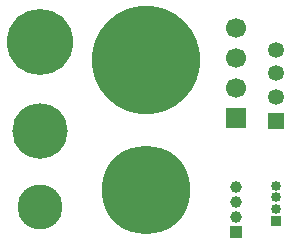
<source format=gbs>
G04 #@! TF.GenerationSoftware,KiCad,Pcbnew,9.0.3*
G04 #@! TF.CreationDate,2025-08-19T12:47:58+01:00*
G04 #@! TF.ProjectId,PCB_RULER_IPRL_2025,5043425f-5255-44c4-9552-5f4950524c5f,rev?*
G04 #@! TF.SameCoordinates,Original*
G04 #@! TF.FileFunction,Soldermask,Bot*
G04 #@! TF.FilePolarity,Negative*
%FSLAX46Y46*%
G04 Gerber Fmt 4.6, Leading zero omitted, Abs format (unit mm)*
G04 Created by KiCad (PCBNEW 9.0.3) date 2025-08-19 12:47:58*
%MOMM*%
%LPD*%
G01*
G04 APERTURE LIST*
%ADD10C,5.700000*%
%ADD11C,9.200000*%
%ADD12C,4.700000*%
%ADD13C,7.500000*%
%ADD14R,1.000000X1.000000*%
%ADD15C,1.000000*%
%ADD16C,2.600000*%
%ADD17C,3.800000*%
%ADD18R,1.350000X1.350000*%
%ADD19C,1.350000*%
%ADD20C,3.100000*%
%ADD21R,1.700000X1.700000*%
%ADD22C,1.700000*%
%ADD23R,0.850000X0.850000*%
%ADD24C,0.850000*%
%ADD25C,3.600000*%
%ADD26C,5.600000*%
G04 APERTURE END LIST*
D10*
X194000000Y-94500000D03*
D11*
X194000000Y-94500000D03*
D12*
X194000000Y-105500000D03*
D13*
X194000000Y-105500000D03*
D14*
X201600000Y-109100000D03*
D15*
X201600000Y-107830000D03*
X201600000Y-106560000D03*
X201600000Y-105290000D03*
D16*
X185000000Y-107000000D03*
D17*
X185000000Y-107000000D03*
D18*
X205000000Y-99650000D03*
D19*
X205000000Y-97650000D03*
X205000000Y-95650000D03*
X205000000Y-93650000D03*
D20*
X185000000Y-100500000D03*
D12*
X185000000Y-100500000D03*
D21*
X201600000Y-99400000D03*
D22*
X201600000Y-96860000D03*
X201600000Y-94320000D03*
X201600000Y-91780000D03*
D23*
X205000000Y-108150000D03*
D24*
X205000000Y-107150000D03*
X205000000Y-106150000D03*
X205000000Y-105150000D03*
D25*
X185000000Y-93000000D03*
D26*
X185000000Y-93000000D03*
M02*

</source>
